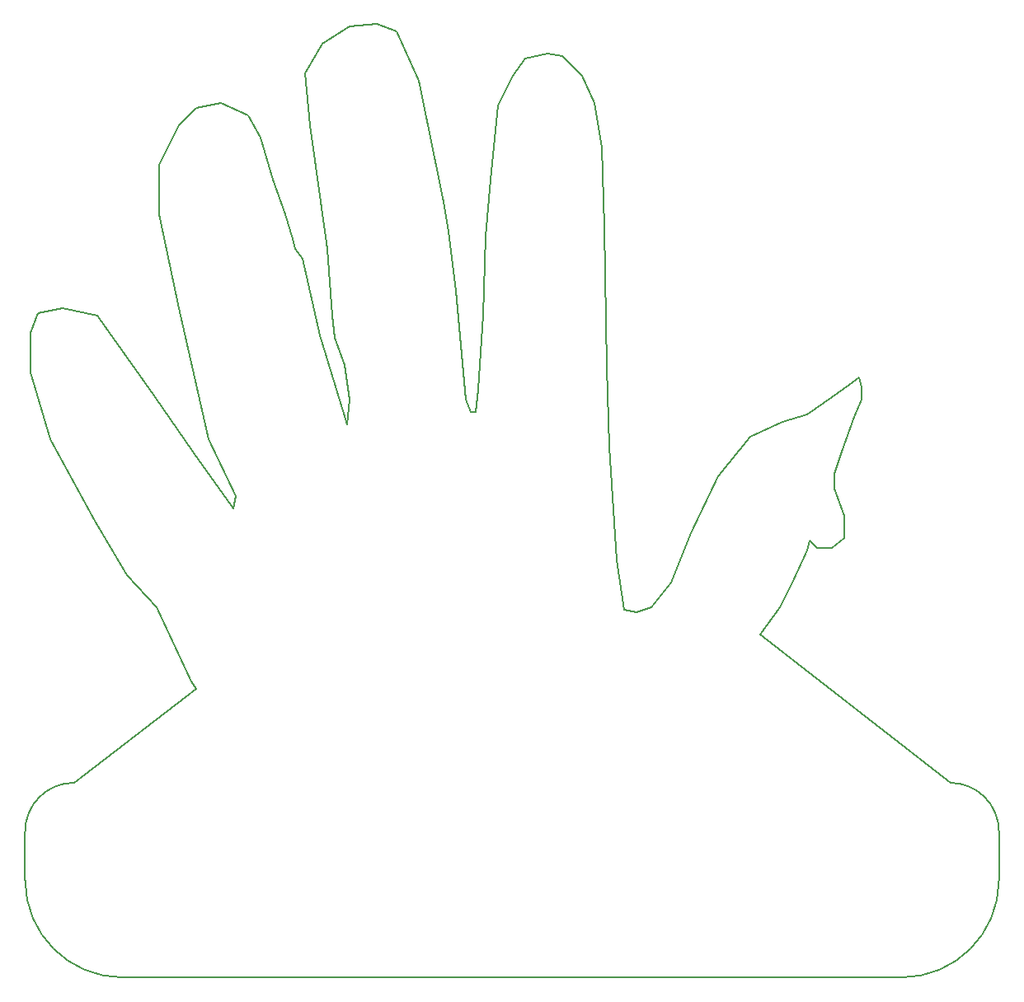
<source format=gbr>
G04 #@! TF.FileFunction,Profile,NP*
%FSLAX46Y46*%
G04 Gerber Fmt 4.6, Leading zero omitted, Abs format (unit mm)*
G04 Created by KiCad (PCBNEW 4.0.6) date 11/09/17 18:16:21*
%MOMM*%
%LPD*%
G01*
G04 APERTURE LIST*
%ADD10C,0.100000*%
%ADD11C,0.150000*%
G04 APERTURE END LIST*
D10*
D11*
X117094000Y-119634000D02*
X117602000Y-120396000D01*
X113538000Y-112014000D02*
X117094000Y-119634000D01*
X110490000Y-108712000D02*
X113538000Y-112014000D01*
X107188000Y-103124000D02*
X110490000Y-108712000D01*
X102616000Y-94742000D02*
X107188000Y-103124000D01*
X100584000Y-87884000D02*
X102616000Y-94742000D01*
X100584000Y-83820000D02*
X100584000Y-87884000D01*
X101346000Y-81788000D02*
X100584000Y-83820000D01*
X103886000Y-81280000D02*
X101346000Y-81788000D01*
X107442000Y-82042000D02*
X103886000Y-81280000D01*
X113030000Y-89916000D02*
X107442000Y-82042000D01*
X117602000Y-96520000D02*
X113030000Y-89916000D01*
X121412000Y-101854000D02*
X117602000Y-96520000D01*
X121666000Y-100584000D02*
X121412000Y-101854000D01*
X118872000Y-94742000D02*
X121666000Y-100584000D01*
X115824000Y-81280000D02*
X118872000Y-94742000D01*
X113792000Y-71628000D02*
X115824000Y-81280000D01*
X113792000Y-66548000D02*
X113792000Y-71628000D01*
X115824000Y-62484000D02*
X113792000Y-66548000D01*
X117602000Y-60706000D02*
X115824000Y-62484000D01*
X120142000Y-60198000D02*
X117602000Y-60706000D01*
X122936000Y-61468000D02*
X120142000Y-60198000D01*
X124206000Y-63754000D02*
X122936000Y-61468000D01*
X125476000Y-68072000D02*
X124206000Y-63754000D01*
X126746000Y-71628000D02*
X125476000Y-68072000D01*
X127508000Y-74168000D02*
X126746000Y-71628000D01*
X127762000Y-75184000D02*
X127508000Y-74168000D01*
X128524000Y-76200000D02*
X127762000Y-75184000D01*
X130302000Y-84074000D02*
X128524000Y-76200000D01*
X133096000Y-93218000D02*
X130302000Y-84074000D01*
X133350000Y-90678000D02*
X133096000Y-93218000D01*
X132842000Y-87122000D02*
X133350000Y-90678000D01*
X131826000Y-84328000D02*
X132842000Y-87122000D01*
X131572000Y-82042000D02*
X131826000Y-84328000D01*
X131064000Y-75184000D02*
X131572000Y-82042000D01*
X129286000Y-62484000D02*
X131064000Y-75184000D01*
X128778000Y-57150000D02*
X129286000Y-62484000D01*
X130556000Y-54102000D02*
X128778000Y-57150000D01*
X133350000Y-52324000D02*
X130556000Y-54102000D01*
X136144000Y-52070000D02*
X133350000Y-52324000D01*
X138176000Y-52832000D02*
X136144000Y-52070000D01*
X140462000Y-57912000D02*
X138176000Y-52832000D01*
X143002000Y-70358000D02*
X140462000Y-57912000D01*
X143510000Y-73406000D02*
X143002000Y-70358000D01*
X144272000Y-79502000D02*
X143510000Y-73406000D01*
X145288000Y-90678000D02*
X144272000Y-79502000D01*
X145796000Y-91948000D02*
X145288000Y-90678000D01*
X146304000Y-91948000D02*
X145796000Y-91948000D01*
X146558000Y-89662000D02*
X146304000Y-91948000D01*
X147066000Y-82042000D02*
X146558000Y-89662000D01*
X147320000Y-73914000D02*
X147066000Y-82042000D01*
X147828000Y-68072000D02*
X147320000Y-73914000D01*
X148590000Y-60452000D02*
X147828000Y-68072000D01*
X150114000Y-57404000D02*
X148590000Y-60452000D01*
X151384000Y-55626000D02*
X150114000Y-57404000D01*
X153670000Y-55118000D02*
X151384000Y-55626000D01*
X155194000Y-55372000D02*
X153670000Y-55118000D01*
X157226000Y-57404000D02*
X155194000Y-55372000D01*
X158496000Y-60198000D02*
X157226000Y-57404000D01*
X159258000Y-64770000D02*
X158496000Y-60198000D01*
X159512000Y-72898000D02*
X159258000Y-64770000D01*
X159766000Y-87376000D02*
X159512000Y-72898000D01*
X160020000Y-95504000D02*
X159766000Y-87376000D01*
X160782000Y-107188000D02*
X160020000Y-95504000D01*
X161544000Y-112268000D02*
X160782000Y-107188000D01*
X162814000Y-112522000D02*
X161544000Y-112268000D01*
X164338000Y-112014000D02*
X162814000Y-112522000D01*
X166370000Y-109474000D02*
X164338000Y-112014000D01*
X168402000Y-104394000D02*
X166370000Y-109474000D01*
X171196000Y-98552000D02*
X168402000Y-104394000D01*
X174498000Y-94488000D02*
X171196000Y-98552000D01*
X177800000Y-92964000D02*
X174498000Y-94488000D01*
X180340000Y-92202000D02*
X177800000Y-92964000D01*
X182880000Y-90424000D02*
X180340000Y-92202000D01*
X184658000Y-89154000D02*
X182880000Y-90424000D01*
X185674000Y-88392000D02*
X184658000Y-89154000D01*
X185928000Y-89408000D02*
X185674000Y-88392000D01*
X185928000Y-90678000D02*
X185928000Y-89408000D01*
X185166000Y-92456000D02*
X185928000Y-90678000D01*
X183896000Y-96012000D02*
X185166000Y-92456000D01*
X183134000Y-98298000D02*
X183896000Y-96012000D01*
X183134000Y-99822000D02*
X183134000Y-98298000D01*
X184150000Y-102616000D02*
X183134000Y-99822000D01*
X184150000Y-104902000D02*
X184150000Y-102616000D01*
X182880000Y-105918000D02*
X184150000Y-104902000D01*
X181356000Y-105918000D02*
X182880000Y-105918000D01*
X180594000Y-105156000D02*
X181356000Y-105918000D01*
X180340000Y-106172000D02*
X180594000Y-105156000D01*
X178816000Y-109474000D02*
X180340000Y-106172000D01*
X177546000Y-112014000D02*
X178816000Y-109474000D01*
X175514000Y-114808000D02*
X177546000Y-112014000D01*
X105000000Y-130000000D02*
X117602000Y-120396000D01*
X195000000Y-130000000D02*
X175514000Y-114808000D01*
X105000000Y-130000000D02*
G75*
G03X100000000Y-135000000I0J-5000000D01*
G01*
X200000000Y-135000000D02*
G75*
G03X195000000Y-130000000I-5000000J0D01*
G01*
X100000000Y-140000000D02*
X100000000Y-135000000D01*
X200000000Y-140000000D02*
X200000000Y-135000000D01*
X190000000Y-150000000D02*
X110000000Y-150000000D01*
X100000000Y-140000000D02*
G75*
G03X110000000Y-150000000I10000000J0D01*
G01*
X190000000Y-150000000D02*
G75*
G03X200000000Y-140000000I0J10000000D01*
G01*
M02*

</source>
